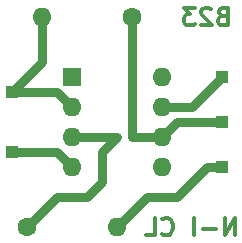
<source format=gbr>
G04 #@! TF.FileFunction,Copper,L2,Bot,Signal*
%FSLAX46Y46*%
G04 Gerber Fmt 4.6, Leading zero omitted, Abs format (unit mm)*
G04 Created by KiCad (PCBNEW 4.0.7) date 01/25/19 00:49:24*
%MOMM*%
%LPD*%
G01*
G04 APERTURE LIST*
%ADD10C,0.100000*%
%ADD11C,0.300000*%
%ADD12R,1.000000X1.000000*%
%ADD13C,1.600000*%
%ADD14O,1.600000X1.600000*%
%ADD15R,1.600000X1.600000*%
%ADD16C,0.750000*%
G04 APERTURE END LIST*
D10*
D11*
X161122857Y-102278571D02*
X161122857Y-100778571D01*
X160265714Y-102278571D01*
X160265714Y-100778571D01*
X159551428Y-101707143D02*
X158408571Y-101707143D01*
X157694285Y-102278571D02*
X157694285Y-100778571D01*
X154979999Y-102135714D02*
X155051428Y-102207143D01*
X155265714Y-102278571D01*
X155408571Y-102278571D01*
X155622856Y-102207143D01*
X155765714Y-102064286D01*
X155837142Y-101921429D01*
X155908571Y-101635714D01*
X155908571Y-101421429D01*
X155837142Y-101135714D01*
X155765714Y-100992857D01*
X155622856Y-100850000D01*
X155408571Y-100778571D01*
X155265714Y-100778571D01*
X155051428Y-100850000D01*
X154979999Y-100921429D01*
X153622856Y-102278571D02*
X154337142Y-102278571D01*
X154337142Y-100778571D01*
X160071428Y-83712857D02*
X159857142Y-83784286D01*
X159785714Y-83855714D01*
X159714285Y-83998571D01*
X159714285Y-84212857D01*
X159785714Y-84355714D01*
X159857142Y-84427143D01*
X160000000Y-84498571D01*
X160571428Y-84498571D01*
X160571428Y-82998571D01*
X160071428Y-82998571D01*
X159928571Y-83070000D01*
X159857142Y-83141429D01*
X159785714Y-83284286D01*
X159785714Y-83427143D01*
X159857142Y-83570000D01*
X159928571Y-83641429D01*
X160071428Y-83712857D01*
X160571428Y-83712857D01*
X159142857Y-83141429D02*
X159071428Y-83070000D01*
X158928571Y-82998571D01*
X158571428Y-82998571D01*
X158428571Y-83070000D01*
X158357142Y-83141429D01*
X158285714Y-83284286D01*
X158285714Y-83427143D01*
X158357142Y-83641429D01*
X159214285Y-84498571D01*
X158285714Y-84498571D01*
X157785714Y-82998571D02*
X156857143Y-82998571D01*
X157357143Y-83570000D01*
X157142857Y-83570000D01*
X157000000Y-83641429D01*
X156928571Y-83712857D01*
X156857143Y-83855714D01*
X156857143Y-84212857D01*
X156928571Y-84355714D01*
X157000000Y-84427143D01*
X157142857Y-84498571D01*
X157571429Y-84498571D01*
X157714286Y-84427143D01*
X157785714Y-84355714D01*
D12*
X160020000Y-88900000D03*
X142240000Y-95250000D03*
X142240000Y-90170000D03*
X160020000Y-96520000D03*
X160020000Y-92710000D03*
D13*
X143510000Y-101600000D03*
D14*
X151130000Y-101600000D03*
D13*
X152400000Y-83820000D03*
D14*
X144780000Y-83820000D03*
D15*
X147320000Y-88900000D03*
D14*
X154940000Y-96520000D03*
X147320000Y-91440000D03*
X154940000Y-93980000D03*
X147320000Y-93980000D03*
X154940000Y-91440000D03*
X147320000Y-96520000D03*
X154940000Y-88900000D03*
D16*
X154940000Y-91440000D02*
X157480000Y-91440000D01*
X157480000Y-91440000D02*
X160020000Y-88900000D01*
X142240000Y-95250000D02*
X146050000Y-95250000D01*
X146050000Y-95250000D02*
X147320000Y-96520000D01*
X144780000Y-83820000D02*
X144780000Y-87630000D01*
X144780000Y-87630000D02*
X142240000Y-90170000D01*
X142240000Y-90170000D02*
X146050000Y-90170000D01*
X146050000Y-90170000D02*
X147320000Y-91440000D01*
X160020000Y-96520000D02*
X158750000Y-96520000D01*
X153670000Y-99060000D02*
X151130000Y-101600000D01*
X156210000Y-99060000D02*
X153670000Y-99060000D01*
X158750000Y-96520000D02*
X156210000Y-99060000D01*
X152400000Y-83820000D02*
X152400000Y-90170000D01*
X152400000Y-93980000D02*
X154940000Y-93980000D01*
X152400000Y-90170000D02*
X152400000Y-93980000D01*
X160020000Y-92710000D02*
X156210000Y-92710000D01*
X156210000Y-92710000D02*
X154940000Y-93980000D01*
X147320000Y-93980000D02*
X151130000Y-93980000D01*
X146050000Y-99060000D02*
X143510000Y-101600000D01*
X148590000Y-99060000D02*
X146050000Y-99060000D01*
X149860000Y-97790000D02*
X148590000Y-99060000D01*
X149860000Y-95250000D02*
X149860000Y-97790000D01*
X151130000Y-93980000D02*
X149860000Y-95250000D01*
M02*

</source>
